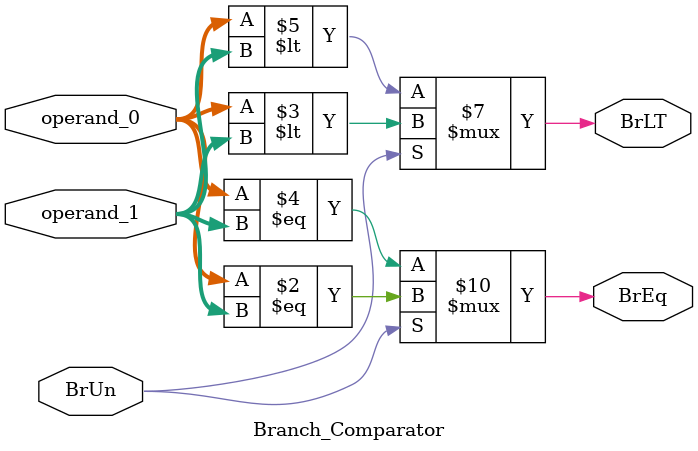
<source format=v>
module Branch_Comparator(
    input [31:0] operand_0,
    input [31:0] operand_1,
    input BrUn,
    output BrEq,
    output BrLT,
);

always @(*) begin
    if (BrUn) begin
        BrEq = (operand_0 == operand_1);
        BrLT = ($unsigned(operand_0) < $unsigned(operand_1));
    end else begin
        BrEq = (operand_0 == operand_1);
        BrLT = ($signed(operand_0) < $signed(operand_1));
    end
end
endmodule
</source>
